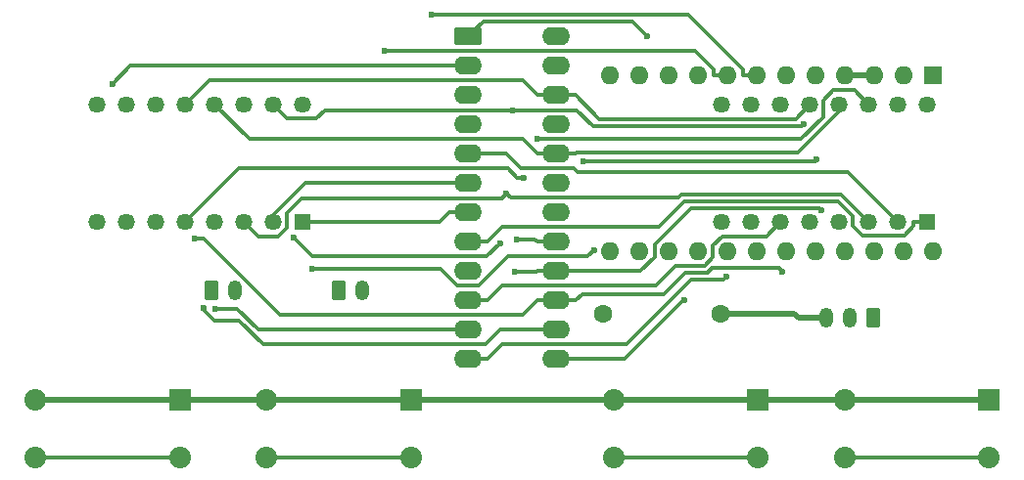
<source format=gtl>
G04 #@! TF.GenerationSoftware,KiCad,Pcbnew,9.0.2*
G04 #@! TF.CreationDate,2025-06-28T10:53:45+03:00*
G04 #@! TF.ProjectId,chess_clock_pcb,63686573-735f-4636-9c6f-636b5f706362,rev?*
G04 #@! TF.SameCoordinates,Original*
G04 #@! TF.FileFunction,Copper,L1,Top*
G04 #@! TF.FilePolarity,Positive*
%FSLAX46Y46*%
G04 Gerber Fmt 4.6, Leading zero omitted, Abs format (unit mm)*
G04 Created by KiCad (PCBNEW 9.0.2) date 2025-06-28 10:53:45*
%MOMM*%
%LPD*%
G01*
G04 APERTURE LIST*
G04 Aperture macros list*
%AMRoundRect*
0 Rectangle with rounded corners*
0 $1 Rounding radius*
0 $2 $3 $4 $5 $6 $7 $8 $9 X,Y pos of 4 corners*
0 Add a 4 corners polygon primitive as box body*
4,1,4,$2,$3,$4,$5,$6,$7,$8,$9,$2,$3,0*
0 Add four circle primitives for the rounded corners*
1,1,$1+$1,$2,$3*
1,1,$1+$1,$4,$5*
1,1,$1+$1,$6,$7*
1,1,$1+$1,$8,$9*
0 Add four rect primitives between the rounded corners*
20,1,$1+$1,$2,$3,$4,$5,0*
20,1,$1+$1,$4,$5,$6,$7,0*
20,1,$1+$1,$6,$7,$8,$9,0*
20,1,$1+$1,$8,$9,$2,$3,0*%
G04 Aperture macros list end*
G04 #@! TA.AperFunction,ComponentPad*
%ADD10R,1.600000X1.600000*%
G04 #@! TD*
G04 #@! TA.AperFunction,ComponentPad*
%ADD11O,1.600000X1.600000*%
G04 #@! TD*
G04 #@! TA.AperFunction,ComponentPad*
%ADD12C,1.600000*%
G04 #@! TD*
G04 #@! TA.AperFunction,ComponentPad*
%ADD13RoundRect,0.250000X-0.350000X-0.625000X0.350000X-0.625000X0.350000X0.625000X-0.350000X0.625000X0*%
G04 #@! TD*
G04 #@! TA.AperFunction,ComponentPad*
%ADD14O,1.200000X1.750000*%
G04 #@! TD*
G04 #@! TA.AperFunction,ComponentPad*
%ADD15RoundRect,0.250000X-0.950000X-0.550000X0.950000X-0.550000X0.950000X0.550000X-0.950000X0.550000X0*%
G04 #@! TD*
G04 #@! TA.AperFunction,ComponentPad*
%ADD16O,2.400000X1.600000*%
G04 #@! TD*
G04 #@! TA.AperFunction,ComponentPad*
%ADD17RoundRect,0.250000X0.350000X0.625000X-0.350000X0.625000X-0.350000X-0.625000X0.350000X-0.625000X0*%
G04 #@! TD*
G04 #@! TA.AperFunction,ComponentPad*
%ADD18R,1.875000X1.875000*%
G04 #@! TD*
G04 #@! TA.AperFunction,ComponentPad*
%ADD19C,1.875000*%
G04 #@! TD*
G04 #@! TA.AperFunction,ComponentPad*
%ADD20R,1.458000X1.458000*%
G04 #@! TD*
G04 #@! TA.AperFunction,ComponentPad*
%ADD21C,1.458000*%
G04 #@! TD*
G04 #@! TA.AperFunction,ViaPad*
%ADD22C,0.600000*%
G04 #@! TD*
G04 #@! TA.AperFunction,Conductor*
%ADD23C,0.300000*%
G04 #@! TD*
G04 #@! TA.AperFunction,Conductor*
%ADD24C,0.500000*%
G04 #@! TD*
G04 APERTURE END LIST*
D10*
X187430000Y-57380000D03*
D11*
X184890000Y-57380000D03*
X182350000Y-57380000D03*
X179810000Y-57380000D03*
X177270000Y-57380000D03*
X174730000Y-57380000D03*
X172190000Y-57380000D03*
X169650000Y-57380000D03*
X167110000Y-57380000D03*
X164570000Y-57380000D03*
X162030000Y-57380000D03*
X159490000Y-57380000D03*
X159490000Y-72620000D03*
X162030000Y-72620000D03*
X164570000Y-72620000D03*
X167110000Y-72620000D03*
X169650000Y-72620000D03*
X172190000Y-72620000D03*
X174730000Y-72620000D03*
X177270000Y-72620000D03*
X179810000Y-72620000D03*
X182350000Y-72620000D03*
X184890000Y-72620000D03*
X187430000Y-72620000D03*
D12*
X169000000Y-78000000D03*
X158840000Y-78000000D03*
D13*
X136000000Y-76000000D03*
D14*
X138000000Y-76000000D03*
D15*
X147190000Y-54030000D03*
D16*
X147190000Y-56570000D03*
X147190000Y-59110000D03*
X147190000Y-61650000D03*
X147190000Y-64190000D03*
X147190000Y-66730000D03*
X147190000Y-69270000D03*
X147190000Y-71810000D03*
X147190000Y-74350000D03*
X147190000Y-76890000D03*
X147190000Y-79430000D03*
X147190000Y-81970000D03*
X154810000Y-81970000D03*
X154810000Y-79430000D03*
X154810000Y-76890000D03*
X154810000Y-74350000D03*
X154810000Y-71810000D03*
X154810000Y-69270000D03*
X154810000Y-66730000D03*
X154810000Y-64190000D03*
X154810000Y-61650000D03*
X154810000Y-59110000D03*
X154810000Y-56570000D03*
X154810000Y-54030000D03*
D13*
X125000000Y-76000000D03*
D14*
X127000000Y-76000000D03*
D17*
X182200000Y-78400000D03*
D14*
X180200000Y-78400000D03*
X178200000Y-78400000D03*
D18*
X172250000Y-85500000D03*
D19*
X159750000Y-85500000D03*
X172250000Y-90500000D03*
X159750000Y-90500000D03*
D20*
X132890000Y-70080000D03*
D21*
X130350000Y-70080000D03*
X127810000Y-70080000D03*
X125270000Y-70080000D03*
X122730000Y-70080000D03*
X120190000Y-70080000D03*
X117650000Y-70080000D03*
X115110000Y-70080000D03*
X115110000Y-59920000D03*
X117650000Y-59920000D03*
X120190000Y-59920000D03*
X122730000Y-59920000D03*
X125270000Y-59920000D03*
X127810000Y-59920000D03*
X130350000Y-59920000D03*
X132890000Y-59920000D03*
D20*
X186890000Y-70080000D03*
D21*
X184350000Y-70080000D03*
X181810000Y-70080000D03*
X179270000Y-70080000D03*
X176730000Y-70080000D03*
X174190000Y-70080000D03*
X171650000Y-70080000D03*
X169110000Y-70080000D03*
X169110000Y-59920000D03*
X171650000Y-59920000D03*
X174190000Y-59920000D03*
X176730000Y-59920000D03*
X179270000Y-59920000D03*
X181810000Y-59920000D03*
X184350000Y-59920000D03*
X186890000Y-59920000D03*
D18*
X192250000Y-85500000D03*
D19*
X179750000Y-85500000D03*
X192250000Y-90500000D03*
X179750000Y-90500000D03*
D18*
X142250000Y-85500000D03*
D19*
X129750000Y-85500000D03*
X142250000Y-90500000D03*
X129750000Y-90500000D03*
D18*
X122250000Y-85500000D03*
D19*
X109750000Y-85500000D03*
X122250000Y-90500000D03*
X109750000Y-90500000D03*
D22*
X124299900Y-77559700D03*
X153153500Y-62920000D03*
X151080700Y-60388800D03*
X176235900Y-61615900D03*
X151364200Y-71604100D03*
X174360000Y-74372500D03*
X123526000Y-71540500D03*
X177710900Y-69072800D03*
X132128300Y-71460600D03*
X151224600Y-74394700D03*
X149964400Y-71911900D03*
X157156100Y-64825000D03*
X177346500Y-64667500D03*
X151987100Y-66230000D03*
X150516800Y-67602000D03*
X116400000Y-58100000D03*
X125299500Y-77593100D03*
X165886700Y-76824200D03*
X162680000Y-54026900D03*
X169496400Y-74823400D03*
X144056200Y-52121600D03*
X133723800Y-74156300D03*
X158062600Y-72515800D03*
X140004400Y-55300600D03*
D23*
X180575500Y-58685500D02*
X181810000Y-59920000D01*
X127353900Y-78616000D02*
X129437900Y-80700000D01*
X177910700Y-59567000D02*
X178792200Y-58685500D01*
X125259400Y-78616000D02*
X127353900Y-78616000D01*
X175994900Y-62920000D02*
X177910700Y-61004200D01*
X177910700Y-61004200D02*
X177910700Y-59567000D01*
X148675500Y-80700000D02*
X149945500Y-79430000D01*
X129437900Y-80700000D02*
X148675500Y-80700000D01*
X124299900Y-77559700D02*
X124299900Y-77656500D01*
X178792200Y-58685500D02*
X180575500Y-58685500D01*
X124299900Y-77656500D02*
X125259400Y-78616000D01*
X149945500Y-79430000D02*
X154810000Y-79430000D01*
X153153500Y-62920000D02*
X175994900Y-62920000D01*
X176730000Y-59920000D02*
X175501000Y-61149000D01*
X175501000Y-61149000D02*
X158500700Y-61149000D01*
X151874400Y-57826100D02*
X124823900Y-57826100D01*
X155635900Y-59110000D02*
X156461700Y-59110000D01*
X154810000Y-59110000D02*
X153158300Y-59110000D01*
X124823900Y-57826100D02*
X122730000Y-59920000D01*
X155635900Y-59110000D02*
X154810000Y-59110000D01*
X158500700Y-61149000D02*
X156461700Y-59110000D01*
X153158300Y-59110000D02*
X151874400Y-57826100D01*
X186890000Y-70080000D02*
X185709300Y-70080000D01*
X179157400Y-68297600D02*
X165910600Y-68297600D01*
X165910600Y-68297600D02*
X163668200Y-70540000D01*
X185709300Y-70449100D02*
X184897700Y-71260700D01*
X180450700Y-69590900D02*
X179157400Y-68297600D01*
X185709300Y-70080000D02*
X185709300Y-70449100D01*
X184897700Y-71260700D02*
X181264400Y-71260700D01*
X147190000Y-71810000D02*
X148841700Y-71810000D01*
X180450700Y-70447000D02*
X180450700Y-69590900D01*
X163668200Y-70540000D02*
X150111700Y-70540000D01*
X150111700Y-70540000D02*
X148841700Y-71810000D01*
X181264400Y-71260700D02*
X180450700Y-70447000D01*
X152952400Y-71604100D02*
X153158300Y-71810000D01*
X134087100Y-61115000D02*
X134813300Y-60388800D01*
X176040400Y-61811400D02*
X158027100Y-61811400D01*
X154810000Y-71810000D02*
X153158300Y-71810000D01*
X130350000Y-59920000D02*
X131545000Y-61115000D01*
X151364200Y-71604100D02*
X152952400Y-71604100D01*
X176235900Y-61615900D02*
X176040400Y-61811400D01*
X134813300Y-60388800D02*
X151080700Y-60388800D01*
X158027100Y-61811400D02*
X156604500Y-60388800D01*
X156604500Y-60388800D02*
X151080700Y-60388800D01*
X131545000Y-61115000D02*
X134087100Y-61115000D01*
X165142100Y-73871700D02*
X167628500Y-73871700D01*
X147190000Y-76890000D02*
X148841700Y-76890000D01*
X168361700Y-73138500D02*
X168361700Y-72130200D01*
X168361700Y-72130200D02*
X169177300Y-71314600D01*
X169177300Y-71314600D02*
X172955400Y-71314600D01*
X148841700Y-76890000D02*
X150111700Y-75620000D01*
X163393800Y-75620000D02*
X165142100Y-73871700D01*
X150111700Y-75620000D02*
X163393800Y-75620000D01*
X172955400Y-71314600D02*
X174190000Y-70080000D01*
X167628500Y-73871700D02*
X168361700Y-73138500D01*
X168279400Y-74071700D02*
X174059200Y-74071700D01*
X130922300Y-78160000D02*
X124302800Y-71540500D01*
X124302800Y-71540500D02*
X123526000Y-71540500D01*
X154810000Y-76890000D02*
X153158300Y-76890000D01*
X156461700Y-76890000D02*
X157049200Y-76302500D01*
X167877700Y-74473400D02*
X168279400Y-74071700D01*
X157049200Y-76302500D02*
X164140300Y-76302500D01*
X174059200Y-74071700D02*
X174360000Y-74372500D01*
X151888300Y-78160000D02*
X130922300Y-78160000D01*
X153158300Y-76890000D02*
X151888300Y-78160000D01*
X164140300Y-76302500D02*
X165969400Y-74473400D01*
X165969400Y-74473400D02*
X167877700Y-74473400D01*
X154810000Y-76890000D02*
X156461700Y-76890000D01*
X148841700Y-64190000D02*
X150507400Y-64190000D01*
X180030000Y-65760000D02*
X184350000Y-70080000D01*
X151777400Y-65460000D02*
X156345200Y-65460000D01*
X150507400Y-64190000D02*
X151777400Y-65460000D01*
X156345200Y-65460000D02*
X156645200Y-65760000D01*
X147190000Y-64190000D02*
X148841700Y-64190000D01*
X156645200Y-65760000D02*
X180030000Y-65760000D01*
X163318300Y-72041000D02*
X166460000Y-68899300D01*
X153113600Y-74394700D02*
X153158300Y-74350000D01*
X133729400Y-73061700D02*
X132128300Y-71460600D01*
X151224600Y-74394700D02*
X153113600Y-74394700D01*
X163318300Y-73113700D02*
X163318300Y-72041000D01*
X154810000Y-74350000D02*
X162082000Y-74350000D01*
X148814600Y-73061700D02*
X133729400Y-73061700D01*
X149964400Y-71911900D02*
X148814600Y-73061700D01*
X166460000Y-68899300D02*
X177537400Y-68899300D01*
X154810000Y-74350000D02*
X153158300Y-74350000D01*
X162082000Y-74350000D02*
X163318300Y-73113700D01*
X177537400Y-68899300D02*
X177710900Y-69072800D01*
X127350000Y-65460000D02*
X150606300Y-65460000D01*
X151376300Y-66230000D02*
X151987100Y-66230000D01*
X150606300Y-65460000D02*
X151376300Y-66230000D01*
X177189000Y-64825000D02*
X157156100Y-64825000D01*
X122730000Y-70080000D02*
X127350000Y-65460000D01*
X177346500Y-64667500D02*
X177189000Y-64825000D01*
X150916400Y-68001600D02*
X150516800Y-67602000D01*
X165355700Y-68001600D02*
X150916400Y-68001600D01*
X130740800Y-71359100D02*
X131530700Y-70569200D01*
X165661400Y-67695900D02*
X165355700Y-68001600D01*
X150100500Y-68018300D02*
X150516800Y-67602000D01*
X179425900Y-67695900D02*
X165661400Y-67695900D01*
X129089100Y-71359100D02*
X130740800Y-71359100D01*
X132810900Y-68018300D02*
X150100500Y-68018300D01*
X127810000Y-70080000D02*
X129089100Y-71359100D01*
X181810000Y-70080000D02*
X179425900Y-67695900D01*
X131530700Y-70569200D02*
X131530700Y-69298500D01*
X131530700Y-69298500D02*
X132810900Y-68018300D01*
X179270000Y-59920000D02*
X179270000Y-60495800D01*
X155635900Y-64190000D02*
X156461700Y-64190000D01*
X155635900Y-64190000D02*
X154810000Y-64190000D01*
X128270100Y-62920100D02*
X125270000Y-59920000D01*
X175692500Y-64073300D02*
X156578400Y-64073300D01*
X151888400Y-62920100D02*
X128270100Y-62920100D01*
X156578400Y-64073300D02*
X156461700Y-64190000D01*
X179270000Y-60495800D02*
X175692500Y-64073300D01*
X154810000Y-64190000D02*
X153158300Y-64190000D01*
X153158300Y-64190000D02*
X151888400Y-62920100D01*
X116400000Y-58100000D02*
X117930000Y-56570000D01*
X117930000Y-56570000D02*
X147190000Y-56570000D01*
X147190000Y-79430000D02*
X129018800Y-79430000D01*
X127181900Y-77593100D02*
X125299500Y-77593100D01*
X129018800Y-79430000D02*
X127181900Y-77593100D01*
X130350000Y-70080000D02*
X130350000Y-69522200D01*
X130350000Y-69522200D02*
X133142200Y-66730000D01*
X133142200Y-66730000D02*
X147190000Y-66730000D01*
X132890000Y-70080000D02*
X134070700Y-70080000D01*
X147190000Y-69270000D02*
X145538300Y-69270000D01*
X134070700Y-70080000D02*
X144728300Y-70080000D01*
X144728300Y-70080000D02*
X145538300Y-69270000D01*
D24*
X142250000Y-85500000D02*
X143739200Y-85500000D01*
X179810000Y-57380000D02*
X182350000Y-57380000D01*
X159750000Y-85500000D02*
X159991900Y-85500000D01*
X192250000Y-85500000D02*
X179750000Y-85500000D01*
X159991900Y-85500000D02*
X143739200Y-85500000D01*
X122250000Y-85500000D02*
X129750000Y-85500000D01*
X142250000Y-85500000D02*
X129750000Y-85500000D01*
X159991900Y-85500000D02*
X172250000Y-85500000D01*
X179750000Y-85500000D02*
X172250000Y-85500000D01*
X109750000Y-85500000D02*
X122250000Y-85500000D01*
X178200000Y-78400000D02*
X175798300Y-78400000D01*
X175798300Y-78400000D02*
X175398300Y-78000000D01*
X175398300Y-78000000D02*
X169000000Y-78000000D01*
D23*
X165885500Y-76823000D02*
X165737000Y-76971500D01*
X154810000Y-81970000D02*
X160738500Y-81970000D01*
X165737000Y-76971500D02*
X165885500Y-76823000D01*
X165885500Y-76823000D02*
X165886700Y-76824200D01*
X160738500Y-81970000D02*
X165737000Y-76971500D01*
X165737000Y-76971500D02*
X165885500Y-76823000D01*
X161379700Y-52726600D02*
X162680000Y-54026900D01*
X147190000Y-54030000D02*
X148493400Y-52726600D01*
X148493400Y-52726600D02*
X161379700Y-52726600D01*
X147190000Y-81970000D02*
X148841700Y-81970000D01*
X169244700Y-75075100D02*
X169496400Y-74823400D01*
X148841700Y-81970000D02*
X150111700Y-80700000D01*
X160892400Y-80700000D02*
X166517300Y-75075100D01*
X150111700Y-80700000D02*
X160892400Y-80700000D01*
X166517300Y-75075100D02*
X169244700Y-75075100D01*
X166227500Y-52121600D02*
X144056200Y-52121600D01*
X172190000Y-57380000D02*
X170938300Y-57380000D01*
X170938300Y-56832400D02*
X166227500Y-52121600D01*
X170938300Y-57380000D02*
X170938300Y-56832400D01*
X159750000Y-90500000D02*
X172250000Y-90500000D01*
X109750000Y-90500000D02*
X122250000Y-90500000D01*
X133723800Y-74156300D02*
X144826200Y-74156300D01*
X157498400Y-73080000D02*
X158062600Y-72515800D01*
X150630200Y-73080000D02*
X157498400Y-73080000D01*
X148108500Y-75601700D02*
X150630200Y-73080000D01*
X144826200Y-74156400D02*
X146271500Y-75601700D01*
X144826200Y-74156300D02*
X144826200Y-74156400D01*
X146271500Y-75601700D02*
X148108500Y-75601700D01*
X179750000Y-90500000D02*
X192250000Y-90500000D01*
X168398300Y-56861300D02*
X168398300Y-57380000D01*
X140004400Y-55300600D02*
X166837600Y-55300600D01*
X166837600Y-55300600D02*
X168398300Y-56861300D01*
X169650000Y-57380000D02*
X168398300Y-57380000D01*
X142250000Y-90500000D02*
X129750000Y-90500000D01*
M02*

</source>
